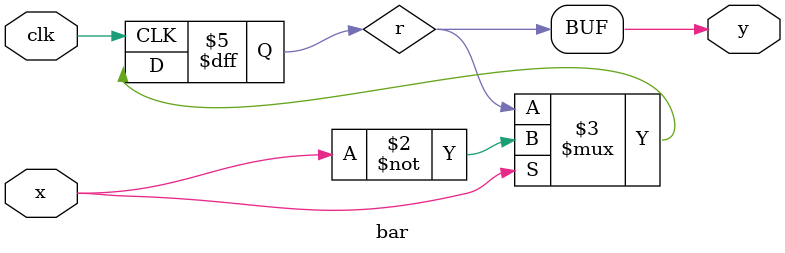
<source format=v>


`define START 8
`define SIZE  4
`define END   (`START + `SIZE)

module t (/*AUTOARG*/
   // Inputs
   clk
   );
   input clk;

   reg [`END-1:0]   y;
   wire [`END-1:0]  x;

   foo foo_i (.y   (y),
	      .x   (x),
	      .clk (clk));

   always @(posedge clk) begin
      $write("*-* All Finished *-*\n");
      $finish;
   end

endmodule // t


module foo(output wire [`END-1:0] y,
	   input wire [`END-1:0] x,
	   input wire 		 clk);

   function peek_bar;
      peek_bar = bar_inst[`START].i_bar.r;       // this is ok
      peek_bar = bar_inst[`START + 1].i_bar.r;   // this fails, should not.
   endfunction

   genvar g;
   generate
      for (g = `START; g < `END; g = g + 1) begin: bar_inst
         bar i_bar(.x   (x[g]),
		   .y   (y[g]),
		   .clk (clk));
      end
   endgenerate

endmodule : foo


module bar(output wire y,
	   input wire x,
	   input wire clk);

   reg r = 0;
   assign y = r;

   always @(posedge clk) begin
      r = x ? ~x : y;
   end

endmodule : bar

</source>
